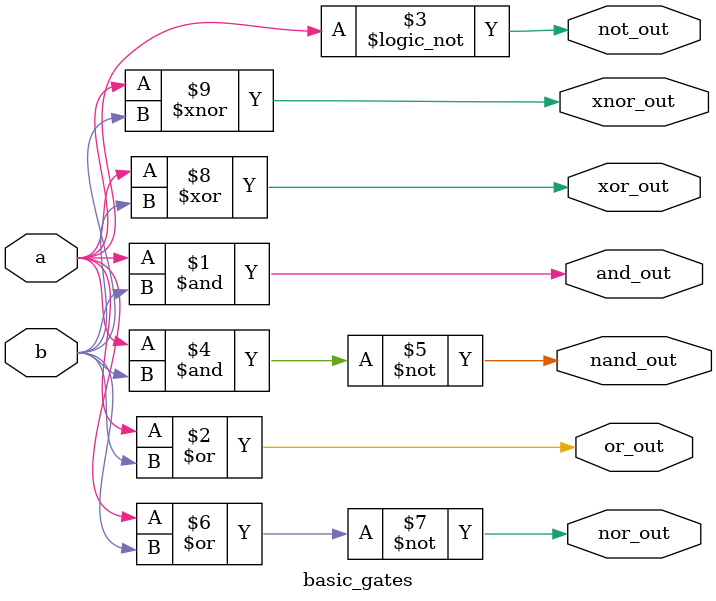
<source format=v>
`timescale 1ns / 1ps

module basic_gates(
    input a,
    input b,
    output and_out,
    output or_out,
	 output not_out,
    output nand_out,
    output nor_out,
    output xor_out,
    output xnor_out
    );

	
	 assign and_out = a & b;
	 assign or_out = a | b;
	 assign not_out = !a;
	 assign nand_out = ~(a & b);
	 assign nor_out = ~(a | b);
	 assign xor_out = a ^ b;
	 assign xnor_out = a ~^ b;
	
endmodule

</source>
